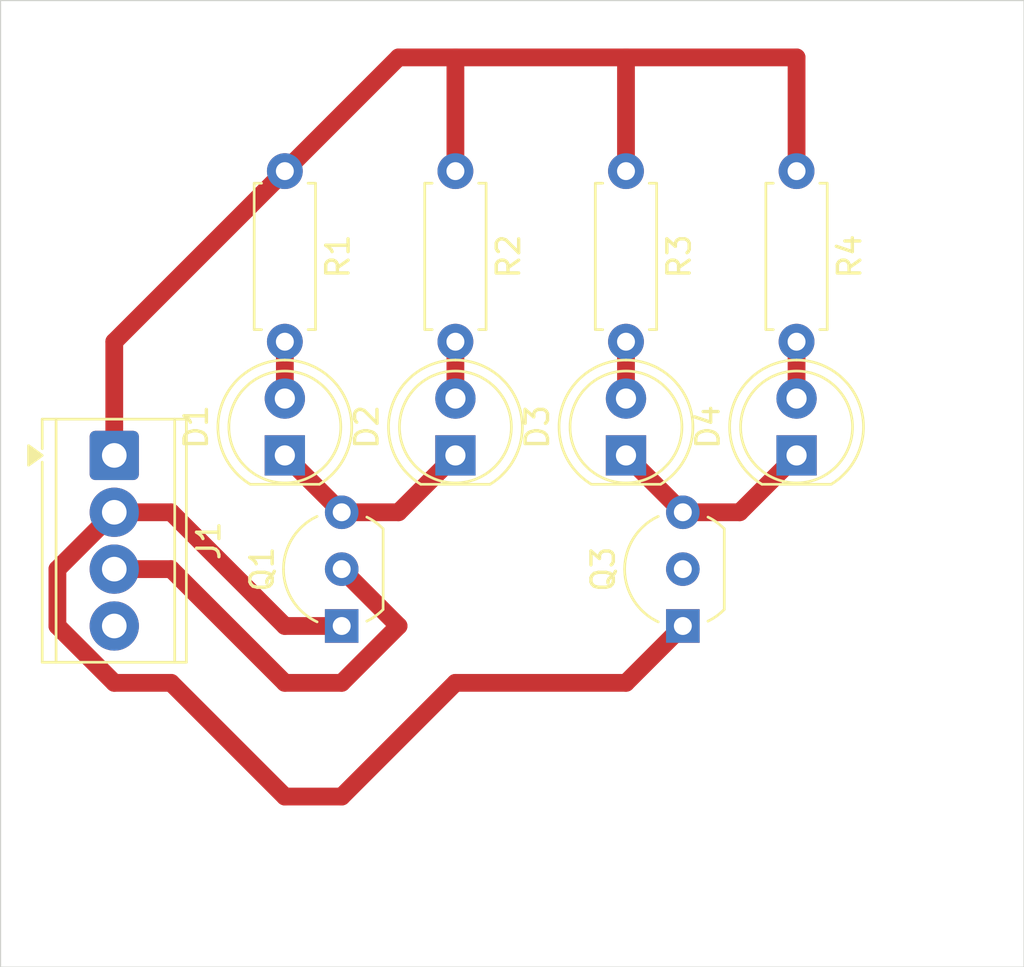
<source format=kicad_pcb>
(kicad_pcb (version 20241229) (generator "pcbnew") (generator_version "9.0")
  (layers (0 "F.Cu" signal) (2 "B.Cu" signal) (13 "F.Paste" user) (15 "B.Paste" user) (5 "F.SilkS" user "F.Silkscreen") (7 "B.SilkS" user "B.Silkscreen") (1 "F.Mask" user) (3 "B.Mask" user) (25 "Edge.Cuts" user))
  (net 0 "")
  (net 1 "VCC")
  (net 2 "Net-(D1-K)")
  (net 3 "Net-(D3-K)")
  (net 4 "CTRL1")
  (net 5 "GND")
  (net 6 "CTRL2")
  (net 7 "Net-(D1-A)")
  (net 8 "Net-(D2-A)")
  (net 9 "Net-(D3-A)")
  (net 10 "Net-(D4-A)")
  (footprint "Resistor_THT:R_Axial_DIN0207_L6.3mm_D2.5mm_P7.62mm_Horizontal" (layer "F.Cu") (at 60.96 50.8 -90)
    (property "Reference" "R3" (at 3.81 -2.37 90) (layer "F.SilkS"))
    (property "Value" "R")
    (fp_line (start 0.54 1.37) (end 7.08 1.37) (stroke (width 0.12)) (layer "F.SilkS"))
    (fp_line (start 7.08 1.37) (end 7.08 1.04) (stroke (width 0.12)) (layer "F.SilkS"))
    (fp_line (start 0.54 1.04) (end 0.54 1.37) (stroke (width 0.12)) (layer "F.SilkS"))
    (fp_line (start 0.54 -1.04) (end 0.54 -1.37) (stroke (width 0.12)) (layer "F.SilkS"))
    (fp_line (start 0.54 -1.37) (end 7.08 -1.37) (stroke (width 0.12)) (layer "F.SilkS"))
    (fp_line (start 7.08 -1.37) (end 7.08 -1.04) (stroke (width 0.12)) (layer "F.SilkS"))
    (pad "1" thru_hole circle (at 0 0 270) (size 1.6 1.6) (drill 0.8) (layers "*.Cu" "*.Mask") (net 1 "VCC"))
    (pad "2" thru_hole circle (at 7.62 0 270) (size 1.6 1.6) (drill 0.8) (layers "*.Cu" "*.Mask") (net 9 "Net-(D3-A)"))
  )
  (footprint "LED_THT:LED_D5.0mm" (layer "F.Cu") (at 60.96 63.5 90)
    (property "Reference" "D3" (at 1.27 -3.96 90) (layer "F.SilkS"))
    (property "Value" "LED")
    (fp_line (start -1.29 -1.545) (end -1.29 1.545) (stroke (width 0.12)) (layer "F.SilkS"))
    (fp_arc (start -1.29 -1.54483) (mid 2.071779 -2.880495) (end 4.26 0) (stroke (width 0.12)) (layer "F.SilkS"))
    (fp_arc (start 4.26 0) (mid 2.071779 2.880495) (end -1.29 1.54483) (stroke (width 0.12)) (layer "F.SilkS"))
    (fp_circle (center 1.27 0) (end 3.77 0) (stroke (width 0.12)) (fill no) (layer "F.SilkS"))
    (pad "1" thru_hole rect (at 0 0 90) (size 1.8 1.8) (drill 0.9) (layers "*.Cu" "*.Mask") (net 3 "Net-(D3-K)"))
    (pad "2" thru_hole circle (at 2.54 0 90) (size 1.8 1.8) (drill 0.9) (layers "*.Cu" "*.Mask") (net 9 "Net-(D3-A)"))
  )
  (footprint "Package_TO_SOT_THT:TO-92_Inline_Wide" (layer "F.Cu") (at 63.5 71.12 90)
    (property "Reference" "Q3" (at 2.54 -3.56 90) (layer "F.SilkS"))
    (property "Value" "2N3904")
    (fp_line (start 0.74 1.85) (end 4.34 1.85) (stroke (width 0.12)) (layer "F.SilkS"))
    (fp_arc (start 2.54 -2.6) (mid 3.936979 -2.192818) (end 4.8964 -1.098807) (stroke (width 0.12)) (layer "F.SilkS"))
    (fp_arc (start 0.1836 -1.098807) (mid 1.143021 -2.192817) (end 2.54 -2.6) (stroke (width 0.12)) (layer "F.SilkS"))
    (fp_arc (start 4.864184 1.122795) (mid 4.633903 1.509328) (end 4.34 1.85) (stroke (width 0.12)) (layer "F.SilkS"))
    (fp_arc (start 0.74 1.85) (mid 0.446097 1.509328) (end 0.215816 1.122795) (stroke (width 0.12)) (layer "F.SilkS"))
    (pad "1" thru_hole rect (at 0 0 90) (size 1.5 1.5) (drill 0.8) (layers "*.Cu" "*.Mask") (net 5 "GND"))
    (pad "2" thru_hole circle (at 2.54 0 90) (size 1.5 1.5) (drill 0.8) (layers "*.Cu" "*.Mask") (net 6 "CTRL2"))
    (pad "3" thru_hole circle (at 5.08 0 90) (size 1.5 1.5) (drill 0.8) (layers "*.Cu" "*.Mask") (net 3 "Net-(D3-K)"))
  )
  (footprint "Package_TO_SOT_THT:TO-92_Inline_Wide" (layer "F.Cu") (at 48.26 71.12 90)
    (property "Reference" "Q1" (at 2.54 -3.56 90) (layer "F.SilkS"))
    (property "Value" "2N3904")
    (fp_line (start 0.74 1.85) (end 4.34 1.85) (stroke (width 0.12)) (layer "F.SilkS"))
    (fp_arc (start 2.54 -2.6) (mid 3.936979 -2.192818) (end 4.8964 -1.098807) (stroke (width 0.12)) (layer "F.SilkS"))
    (fp_arc (start 0.1836 -1.098807) (mid 1.143021 -2.192817) (end 2.54 -2.6) (stroke (width 0.12)) (layer "F.SilkS"))
    (fp_arc (start 4.864184 1.122795) (mid 4.633903 1.509328) (end 4.34 1.85) (stroke (width 0.12)) (layer "F.SilkS"))
    (fp_arc (start 0.74 1.85) (mid 0.446097 1.509328) (end 0.215816 1.122795) (stroke (width 0.12)) (layer "F.SilkS"))
    (pad "1" thru_hole rect (at 0 0 90) (size 1.5 1.5) (drill 0.8) (layers "*.Cu" "*.Mask") (net 5 "GND"))
    (pad "2" thru_hole circle (at 2.54 0 90) (size 1.5 1.5) (drill 0.8) (layers "*.Cu" "*.Mask") (net 4 "CTRL1"))
    (pad "3" thru_hole circle (at 5.08 0 90) (size 1.5 1.5) (drill 0.8) (layers "*.Cu" "*.Mask") (net 2 "Net-(D1-K)"))
  )
  (footprint "LED_THT:LED_D5.0mm" (layer "F.Cu") (at 53.34 63.5 90)
    (property "Reference" "D2" (at 1.27 -3.96 90) (layer "F.SilkS"))
    (property "Value" "LED")
    (fp_line (start -1.29 -1.545) (end -1.29 1.545) (stroke (width 0.12)) (layer "F.SilkS"))
    (fp_arc (start -1.29 -1.54483) (mid 2.071779 -2.880495) (end 4.26 0) (stroke (width 0.12)) (layer "F.SilkS"))
    (fp_arc (start 4.26 0) (mid 2.071779 2.880495) (end -1.29 1.54483) (stroke (width 0.12)) (layer "F.SilkS"))
    (fp_circle (center 1.27 0) (end 3.77 0) (stroke (width 0.12)) (fill no) (layer "F.SilkS"))
    (pad "1" thru_hole rect (at 0 0 90) (size 1.8 1.8) (drill 0.9) (layers "*.Cu" "*.Mask") (net 2 "Net-(D1-K)"))
    (pad "2" thru_hole circle (at 2.54 0 90) (size 1.8 1.8) (drill 0.9) (layers "*.Cu" "*.Mask") (net 8 "Net-(D2-A)"))
  )
  (footprint "LED_THT:LED_D5.0mm" (layer "F.Cu") (at 45.72 63.5 90)
    (property "Reference" "D1" (at 1.27 -3.96 90) (layer "F.SilkS"))
    (property "Value" "LED")
    (fp_line (start -1.29 -1.545) (end -1.29 1.545) (stroke (width 0.12)) (layer "F.SilkS"))
    (fp_arc (start -1.29 -1.54483) (mid 2.071779 -2.880495) (end 4.26 0) (stroke (width 0.12)) (layer "F.SilkS"))
    (fp_arc (start 4.26 0) (mid 2.071779 2.880495) (end -1.29 1.54483) (stroke (width 0.12)) (layer "F.SilkS"))
    (fp_circle (center 1.27 0) (end 3.77 0) (stroke (width 0.12)) (fill no) (layer "F.SilkS"))
    (pad "1" thru_hole rect (at 0 0 90) (size 1.8 1.8) (drill 0.9) (layers "*.Cu" "*.Mask") (net 2 "Net-(D1-K)"))
    (pad "2" thru_hole circle (at 2.54 0 90) (size 1.8 1.8) (drill 0.9) (layers "*.Cu" "*.Mask") (net 7 "Net-(D1-A)"))
  )
  (footprint "TerminalBlock_Phoenix:TerminalBlock_Phoenix_MPT-0,5-4-2.54_1x04_P2.54mm_Horizontal" (layer "F.Cu") (at 38.1 63.5 -90)
    (property "Reference" "J1" (at 3.81 -4.22 90) (layer "F.SilkS"))
    (property "Value" "Screw_Terminal_01x04")
    (fp_line (start -1.62 3.22) (end -0.3 3.22) (stroke (width 0.12)) (layer "F.SilkS"))
    (fp_line (start 0.3 3.22) (end 9.24 3.22) (stroke (width 0.12)) (layer "F.SilkS"))
    (fp_line (start -1.62 2.6) (end 9.24 2.6) (stroke (width 0.12)) (layer "F.SilkS"))
    (fp_line (start -1.62 -2.7) (end 9.24 -2.7) (stroke (width 0.12)) (layer "F.SilkS"))
    (fp_line (start -1.62 -3.22) (end -1.62 3.22) (stroke (width 0.12)) (layer "F.SilkS"))
    (fp_line (start -1.62 -3.22) (end 9.24 -3.22) (stroke (width 0.12)) (layer "F.SilkS"))
    (fp_line (start 9.24 -3.22) (end 9.24 3.22) (stroke (width 0.12)) (layer "F.SilkS"))
    (fp_poly (pts (xy 0 3.22) (xy 0.44 3.83) (xy -0.44 3.83)) (stroke (width 0.12)) (fill yes) (layer "F.SilkS"))
    (pad "1" thru_hole roundrect (at 0 0 270) (size 2.2 2.2) (drill 1.1) (layers "*.Cu" "*.Mask") (roundrect_rratio 0.113636) (net 1 "VCC"))
    (pad "2" thru_hole circle (at 2.54 0 270) (size 2.2 2.2) (drill 1.1) (layers "*.Cu" "*.Mask") (net 5 "GND"))
    (pad "3" thru_hole circle (at 5.08 0 270) (size 2.2 2.2) (drill 1.1) (layers "*.Cu" "*.Mask") (net 4 "CTRL1"))
    (pad "4" thru_hole circle (at 7.62 0 270) (size 2.2 2.2) (drill 1.1) (layers "*.Cu" "*.Mask") (net 6 "CTRL2"))
  )
  (footprint "LED_THT:LED_D5.0mm" (layer "F.Cu") (at 68.58 63.5 90)
    (property "Reference" "D4" (at 1.27 -3.96 90) (layer "F.SilkS"))
    (property "Value" "LED")
    (fp_line (start -1.29 -1.545) (end -1.29 1.545) (stroke (width 0.12)) (layer "F.SilkS"))
    (fp_arc (start -1.29 -1.54483) (mid 2.071779 -2.880495) (end 4.26 0) (stroke (width 0.12)) (layer "F.SilkS"))
    (fp_arc (start 4.26 0) (mid 2.071779 2.880495) (end -1.29 1.54483) (stroke (width 0.12)) (layer "F.SilkS"))
    (fp_circle (center 1.27 0) (end 3.77 0) (stroke (width 0.12)) (fill no) (layer "F.SilkS"))
    (pad "1" thru_hole rect (at 0 0 90) (size 1.8 1.8) (drill 0.9) (layers "*.Cu" "*.Mask") (net 3 "Net-(D3-K)"))
    (pad "2" thru_hole circle (at 2.54 0 90) (size 1.8 1.8) (drill 0.9) (layers "*.Cu" "*.Mask") (net 10 "Net-(D4-A)"))
  )
  (footprint "Resistor_THT:R_Axial_DIN0207_L6.3mm_D2.5mm_P7.62mm_Horizontal" (layer "F.Cu") (at 45.72 50.8 -90)
    (property "Reference" "R1" (at 3.81 -2.37 90) (layer "F.SilkS"))
    (property "Value" "R")
    (fp_line (start 0.54 1.37) (end 7.08 1.37) (stroke (width 0.12)) (layer "F.SilkS"))
    (fp_line (start 7.08 1.37) (end 7.08 1.04) (stroke (width 0.12)) (layer "F.SilkS"))
    (fp_line (start 0.54 1.04) (end 0.54 1.37) (stroke (width 0.12)) (layer "F.SilkS"))
    (fp_line (start 0.54 -1.04) (end 0.54 -1.37) (stroke (width 0.12)) (layer "F.SilkS"))
    (fp_line (start 0.54 -1.37) (end 7.08 -1.37) (stroke (width 0.12)) (layer "F.SilkS"))
    (fp_line (start 7.08 -1.37) (end 7.08 -1.04) (stroke (width 0.12)) (layer "F.SilkS"))
    (pad "1" thru_hole circle (at 0 0 270) (size 1.6 1.6) (drill 0.8) (layers "*.Cu" "*.Mask") (net 1 "VCC"))
    (pad "2" thru_hole circle (at 7.62 0 270) (size 1.6 1.6) (drill 0.8) (layers "*.Cu" "*.Mask") (net 7 "Net-(D1-A)"))
  )
  (footprint "Resistor_THT:R_Axial_DIN0207_L6.3mm_D2.5mm_P7.62mm_Horizontal" (layer "F.Cu") (at 68.58 50.8 -90)
    (property "Reference" "R4" (at 3.81 -2.37 90) (layer "F.SilkS"))
    (property "Value" "R")
    (fp_line (start 0.54 1.37) (end 7.08 1.37) (stroke (width 0.12)) (layer "F.SilkS"))
    (fp_line (start 7.08 1.37) (end 7.08 1.04) (stroke (width 0.12)) (layer "F.SilkS"))
    (fp_line (start 0.54 1.04) (end 0.54 1.37) (stroke (width 0.12)) (layer "F.SilkS"))
    (fp_line (start 0.54 -1.04) (end 0.54 -1.37) (stroke (width 0.12)) (layer "F.SilkS"))
    (fp_line (start 0.54 -1.37) (end 7.08 -1.37) (stroke (width 0.12)) (layer "F.SilkS"))
    (fp_line (start 7.08 -1.37) (end 7.08 -1.04) (stroke (width 0.12)) (layer "F.SilkS"))
    (pad "1" thru_hole circle (at 0 0 270) (size 1.6 1.6) (drill 0.8) (layers "*.Cu" "*.Mask") (net 1 "VCC"))
    (pad "2" thru_hole circle (at 7.62 0 270) (size 1.6 1.6) (drill 0.8) (layers "*.Cu" "*.Mask") (net 10 "Net-(D4-A)"))
  )
  (footprint "Resistor_THT:R_Axial_DIN0207_L6.3mm_D2.5mm_P7.62mm_Horizontal" (layer "F.Cu") (at 53.34 50.8 -90)
    (property "Reference" "R2" (at 3.81 -2.37 90) (layer "F.SilkS"))
    (property "Value" "R")
    (fp_line (start 0.54 1.37) (end 7.08 1.37) (stroke (width 0.12)) (layer "F.SilkS"))
    (fp_line (start 7.08 1.37) (end 7.08 1.04) (stroke (width 0.12)) (layer "F.SilkS"))
    (fp_line (start 0.54 1.04) (end 0.54 1.37) (stroke (width 0.12)) (layer "F.SilkS"))
    (fp_line (start 0.54 -1.04) (end 0.54 -1.37) (stroke (width 0.12)) (layer "F.SilkS"))
    (fp_line (start 0.54 -1.37) (end 7.08 -1.37) (stroke (width 0.12)) (layer "F.SilkS"))
    (fp_line (start 7.08 -1.37) (end 7.08 -1.04) (stroke (width 0.12)) (layer "F.SilkS"))
    (pad "1" thru_hole circle (at 0 0 270) (size 1.6 1.6) (drill 0.8) (layers "*.Cu" "*.Mask") (net 1 "VCC"))
    (pad "2" thru_hole circle (at 7.62 0 270) (size 1.6 1.6) (drill 0.8) (layers "*.Cu" "*.Mask") (net 8 "Net-(D2-A)"))
  )
  (gr_rect (start 33.02 43.18) (end 78.74 86.36) (stroke (width 0.05)) (fill no) (layer "Edge.Cuts"))
  (segment (start 60.96 45.72) (end 60.96 50.8) (width 0.794) (layer "F.Cu") (net 1))
  (segment (start 50.8 45.72) (end 53.34 45.72) (width 0.794) (layer "F.Cu") (net 1))
  (segment (start 60.96 45.72) (end 68.58 45.72) (width 0.794) (layer "F.Cu") (net 1))
  (segment (start 38.1 58.42) (end 45.72 50.8) (width 0.794) (layer "F.Cu") (net 1))
  (segment (start 68.58 45.72) (end 68.58 50.8) (width 0.794) (layer "F.Cu") (net 1))
  (segment (start 45.72 50.8) (end 50.8 45.72) (width 0.794) (layer "F.Cu") (net 1))
  (segment (start 53.34 45.72) (end 53.34 50.8) (width 0.794) (layer "F.Cu") (net 1))
  (segment (start 38.1 63.5) (end 38.1 58.42) (width 0.794) (layer "F.Cu") (net 1))
  (segment (start 53.34 45.72) (end 60.96 45.72) (width 0.794) (layer "F.Cu") (net 1))
  (segment (start 45.72 63.5) (end 48.26 66.04) (width 0.794) (layer "F.Cu") (net 2))
  (segment (start 50.8 66.04) (end 48.26 66.04) (width 0.794) (layer "F.Cu") (net 2))
  (segment (start 53.34 63.5) (end 50.8 66.04) (width 0.794) (layer "F.Cu") (net 2))
  (segment (start 66.04 66.04) (end 63.5 66.04) (width 0.794) (layer "F.Cu") (net 3))
  (segment (start 68.58 63.5) (end 66.04 66.04) (width 0.794) (layer "F.Cu") (net 3))
  (segment (start 60.96 63.5) (end 63.5 66.04) (width 0.794) (layer "F.Cu") (net 3))
  (segment (start 45.72 73.66) (end 48.26 73.66) (width 0.794) (layer "F.Cu") (net 4))
  (segment (start 50.8 71.12) (end 48.26 68.58) (width 0.794) (layer "F.Cu") (net 4))
  (segment (start 38.1 68.58) (end 40.64 68.58) (width 0.794) (layer "F.Cu") (net 4))
  (segment (start 48.26 73.66) (end 50.8 71.12) (width 0.794) (layer "F.Cu") (net 4))
  (segment (start 40.64 68.58) (end 45.72 73.66) (width 0.794) (layer "F.Cu") (net 4))
  (segment (start 60.96 73.66) (end 53.34 73.66) (width 0.794) (layer "F.Cu") (net 5))
  (segment (start 35.56 71.12) (end 35.56 68.58) (width 0.794) (layer "F.Cu") (net 5))
  (segment (start 40.64 66.04) (end 38.1 66.04) (width 0.794) (layer "F.Cu") (net 5))
  (segment (start 35.56 68.58) (end 38.1 66.04) (width 0.794) (layer "F.Cu") (net 5))
  (segment (start 38.1 73.66) (end 35.56 71.12) (width 0.794) (layer "F.Cu") (net 5))
  (segment (start 48.26 78.74) (end 45.72 78.74) (width 0.794) (layer "F.Cu") (net 5))
  (segment (start 40.64 73.66) (end 38.1 73.66) (width 0.794) (layer "F.Cu") (net 5))
  (segment (start 48.26 71.12) (end 45.72 71.12) (width 0.794) (layer "F.Cu") (net 5))
  (segment (start 45.72 71.12) (end 40.64 66.04) (width 0.794) (layer "F.Cu") (net 5))
  (segment (start 63.5 71.12) (end 60.96 73.66) (width 0.794) (layer "F.Cu") (net 5))
  (segment (start 45.72 78.74) (end 40.64 73.66) (width 0.794) (layer "F.Cu") (net 5))
  (segment (start 53.34 73.66) (end 48.26 78.74) (width 0.794) (layer "F.Cu") (net 5))
  (segment (start 45.72 58.42) (end 45.72 60.96) (width 0.794) (layer "F.Cu") (net 7))
  (segment (start 53.34 58.42) (end 53.34 60.96) (width 0.794) (layer "F.Cu") (net 8))
  (segment (start 60.96 58.42) (end 60.96 60.96) (width 0.794) (layer "F.Cu") (net 9))
  (segment (start 68.58 58.42) (end 68.58 60.96) (width 0.794) (layer "F.Cu") (net 10))
)
</source>
